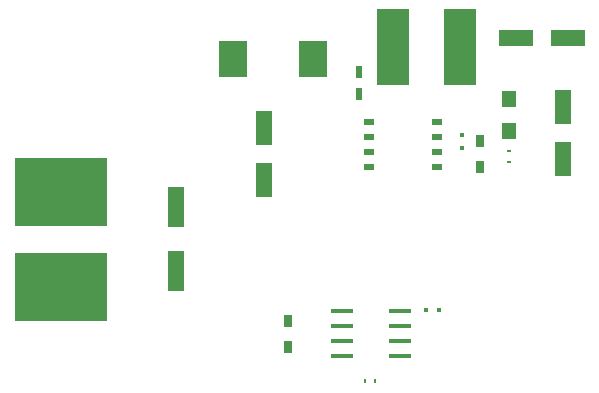
<source format=gtp>
G04 #@! TF.GenerationSoftware,KiCad,Pcbnew,5.0.0*
G04 #@! TF.CreationDate,2018-08-15T09:13:27-04:00*
G04 #@! TF.ProjectId,rs485,72733438352E6B696361645F70636200,rev?*
G04 #@! TF.SameCoordinates,Original*
G04 #@! TF.FileFunction,Paste,Top*
G04 #@! TF.FilePolarity,Positive*
%FSLAX46Y46*%
G04 Gerber Fmt 4.6, Leading zero omitted, Abs format (unit mm)*
G04 Created by KiCad (PCBNEW 5.0.0) date Wed Aug 15 09:13:27 2018*
%MOMM*%
%LPD*%
G01*
G04 APERTURE LIST*
%ADD10R,2.847600X1.447600*%
%ADD11R,1.447600X2.847600*%
%ADD12R,1.447600X3.347600*%
%ADD13R,0.347600X0.447600*%
%ADD14R,0.597600X1.047600*%
%ADD15R,0.447600X0.347600*%
%ADD16R,0.447600X0.247600*%
%ADD17R,0.247600X0.447600*%
%ADD18R,0.747600X1.047600*%
%ADD19R,1.147600X1.347600*%
%ADD20R,0.947600X0.607600*%
%ADD21R,7.847600X5.847600*%
%ADD22R,1.827600X0.377600*%
%ADD23R,2.697600X6.447600*%
%ADD24R,2.346960X3.147060*%
G04 APERTURE END LIST*
D10*
G04 #@! TO.C,C2*
X78200000Y-78250000D03*
X73800000Y-78250000D03*
G04 #@! TD*
D11*
G04 #@! TO.C,C3*
X77750000Y-84050000D03*
X77750000Y-88450000D03*
G04 #@! TD*
G04 #@! TO.C,C6*
X52500000Y-90200000D03*
X52500000Y-85800000D03*
G04 #@! TD*
D12*
G04 #@! TO.C,C5*
X45000000Y-97950000D03*
X45000000Y-92550000D03*
G04 #@! TD*
D13*
G04 #@! TO.C,C7*
X69250000Y-86450000D03*
X69250000Y-87550000D03*
G04 #@! TD*
D14*
G04 #@! TO.C,C4*
X60500000Y-81050000D03*
X60500000Y-82950000D03*
G04 #@! TD*
D15*
G04 #@! TO.C,C1*
X67300000Y-101250000D03*
X66200000Y-101250000D03*
G04 #@! TD*
D16*
G04 #@! TO.C,R2*
X73250000Y-87800000D03*
X73250000Y-88700000D03*
G04 #@! TD*
D17*
G04 #@! TO.C,R4*
X61900000Y-107250000D03*
X61000000Y-107250000D03*
G04 #@! TD*
D18*
G04 #@! TO.C,R3*
X54500000Y-104350000D03*
X54500000Y-102150000D03*
G04 #@! TD*
G04 #@! TO.C,R5*
X70750000Y-89100000D03*
X70750000Y-86900000D03*
G04 #@! TD*
D19*
G04 #@! TO.C,R1*
X73250000Y-86100000D03*
X73250000Y-83400000D03*
G04 #@! TD*
D20*
G04 #@! TO.C,U2*
X61400000Y-85345000D03*
X61400000Y-86615000D03*
X61400000Y-87885000D03*
X61400000Y-89155000D03*
X67100000Y-89155000D03*
X67100000Y-87885000D03*
X67100000Y-86615000D03*
X67100000Y-85345000D03*
G04 #@! TD*
D21*
G04 #@! TO.C,J1*
X35250000Y-91250000D03*
X35250000Y-99250000D03*
G04 #@! TD*
D22*
G04 #@! TO.C,U1*
X59035000Y-101345000D03*
X59035000Y-102615000D03*
X59035000Y-103885000D03*
X59035000Y-105155000D03*
X63965000Y-105155000D03*
X63965000Y-103885000D03*
X63965000Y-102615000D03*
X63965000Y-101345000D03*
G04 #@! TD*
D23*
G04 #@! TO.C,L1*
X69075000Y-79000000D03*
X63425000Y-79000000D03*
G04 #@! TD*
D24*
G04 #@! TO.C,D1*
X56651060Y-80000000D03*
X49848940Y-80000000D03*
G04 #@! TD*
M02*

</source>
